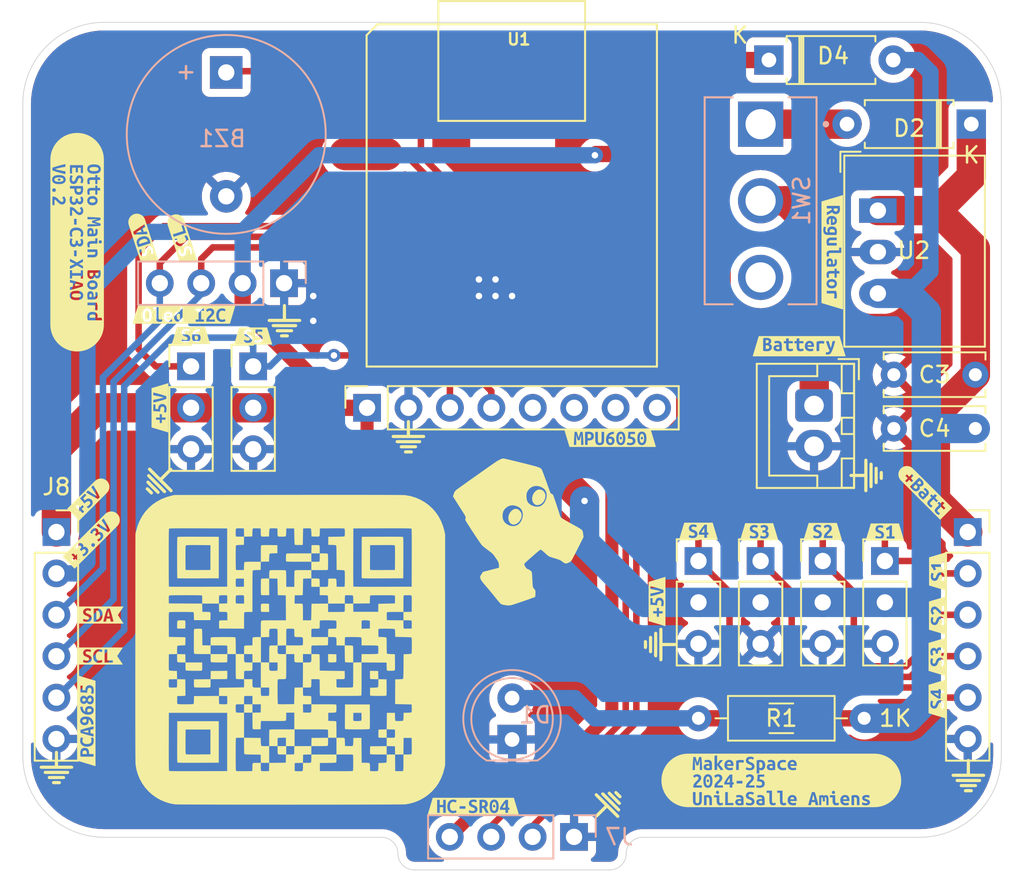
<source format=kicad_pcb>
(kicad_pcb (version 20240108) (generator "pcbnew") (generator_version "8.0")
  (layers (0 "F.Cu" signal "Front") (31 "B.Cu" signal "Back") (34 "B.Paste" user) (35 "F.Paste" user) (36 "B.SilkS" user "B.Silkscreen") (37 "F.SilkS" user "F.Silkscreen") (38 "B.Mask" user) (39 "F.Mask" user) (44 "Edge.Cuts" user))
  (net 0 "")
  (net 1 "GND")
  (net 2 "Net-(D1-A)")
  (net 3 "+5V")
  (net 4 "Buzzer")
  (net 5 "Servo-1")
  (net 6 "Servo-2")
  (net 7 "Servo-3")
  (net 8 "Servo-4")
  (net 9 "Servo-5")
  (net 11 "+3.3V")
  (net 12 "Echo")
  (net 13 "Trig")
  (net 14 "SCL")
  (net 15 "SDA")
  (net 16 "+BATT")
  (net 18 "Net-(D2-A)")
  (net 19 "Net-(D4-K)")
  (net 23 "Servo-6")
  (net 24 "Net-(J9-Pin_1)")
  (footprint "kibuzzard-66E45B47" (layer "F.Cu") (at 156.06377 88.932488 90)
    (property "Reference" "kibuzzard-66E45B47" (hide yes))
    (property "Value" "G***" (hide yes))
  )
  (footprint "Connector_JST:JST_XH_B2B-XH-A_1x02_P2.50mm_Vertical" (layer "F.Cu") (at 148.5147 73.508663 -90)
    (property "Reference" "J9" (hide yes))
    (property "Value" "Conn_01x02")
    (pad "1" thru_hole roundrect (at 0 0 270) (size 2 2.3) (drill 1.2) (layers "*.Cu" "*.Mask") (roundrect_rratio 0.147059) (net 24 "Net-(J9-Pin_1)"))
    (pad "2" thru_hole oval (at 2.5 0 270) (size 2 2.3) (drill 1.2) (layers "*.Cu" "*.Mask") (net 1 "GND"))
  )
  (footprint "LOGO" (layer "F.Cu") (at 102.062553 95.727801)
    (property "Reference" "G***" (hide yes))
    (property "Value" "LOGO" (hide yes))
  )
  (footprint "Connector_PinSocket_2.54mm:PinSocket_1x06_P2.54mm_Vertical" (layer "F.Cu") (at 157.94 81.27)
    (property "Reference" "J10" (hide yes))
    (property "Value" "PCA9685")
    (pad "1" thru_hole rect (at 0 0) (size 1.7 1.7) (drill 1) (layers "*.Cu" "*.Mask") (net 16 "+BATT"))
    (pad "2" thru_hole oval (at 0 2.54) (size 1.7 1.7) (drill 1) (layers "*.Cu" "*.Mask") (net 5 "Servo-1"))
    (pad "3" thru_hole oval (at 0 5.08) (size 1.7 1.7) (drill 1) (layers "*.Cu" "*.Mask") (net 6 "Servo-2"))
    (pad "4" thru_hole oval (at 0 7.62) (size 1.7 1.7) (drill 1) (layers "*.Cu" "*.Mask") (net 7 "Servo-3"))
    (pad "5" thru_hole oval (at 0 10.16) (size 1.7 1.7) (drill 1) (layers "*.Cu" "*.Mask") (net 8 "Servo-4"))
    (pad "6" thru_hole oval (at 0 12.7) (size 1.7 1.7) (drill 1) (layers "*.Cu" "*.Mask") (net 1 "GND"))
  )
  (footprint "LOGO" (layer "F.Cu") (at 139.097458 88.173363 -90)
    (property "Reference" "G***" (hide yes))
    (property "Value" "LOGO" (hide yes))
  )
  (footprint "kibuzzard-66E45C9B" (layer "F.Cu") (at 109.726898 63.332584 108)
    (property "Reference" "kibuzzard-66E45C9B" (hide yes))
    (property "Value" "G***" (hide yes))
  )
  (footprint "kibuzzard-66E45B85" (layer "F.Cu") (at 114.125 69.245399)
    (property "Reference" "kibuzzard-66E45B85" (hide yes))
    (property "Value" "G***" (hide yes))
  )
  (footprint "kibuzzard-66E45BBF" (layer "F.Cu") (at 104.300577 81.656082 45)
    (property "Reference" "kibuzzard-66E45BBF" (hide yes))
    (property "Value" "G***" (hide yes))
  )
  (footprint "Diode_THT:D_A-405_P7.62mm_Horizontal" (layer "F.Cu") (at 158.159374 56.243651 180)
    (property "Reference" "D2" (at 3.81 -0.261349 0) (layer "F.SilkS"))
    (property "Value" "D_Small")
    (fp_text user "K" (at 0 -1.9 0) (layer "F.SilkS"))
    (pad "1" thru_hole rect (at 0 0 180) (size 1.8 1.8) (drill 0.9) (layers "*.Cu" "*.Mask") (net 16 "+BATT"))
    (pad "2" thru_hole oval (at 7.62 0 180) (size 1.8 1.8) (drill 0.9) (layers "*.Cu" "*.Mask") (net 18 "Net-(D2-A)"))
  )
  (footprint "Resistor_SMD:R_1206_3216Metric_Pad1.30x1.75mm_HandSolder" (layer "F.Cu") (at 146.51 92.7 180)
    (property "Reference" "R2" (hide yes))
    (property "Value" "1K")
    (pad "1" smd roundrect (at -1.550001 0 180) (size 1.3 1.75) (layers "F.Cu" "F.Paste" "F.Mask") (roundrect_rratio 0.192308) (net 3 "+5V"))
    (pad "2" smd roundrect (at 1.550001 0 180) (size 1.3 1.75) (layers "F.Cu" "F.Paste" "F.Mask") (roundrect_rratio 0.192308) (net 2 "Net-(D1-A)"))
  )
  (footprint "LOGO" (layer "F.Cu") (at 116.400189 88.494217)
    (property "Reference" "G***" (hide yes))
    (property "Value" "LOGO" (hide yes))
  )
  (footprint "Connector_PinHeader_2.54mm:PinHeader_1x03_P2.54mm_Vertical" (layer "F.Cu") (at 114.125 71.11)
    (property "Reference" "J5" (hide yes))
    (property "Value" "Conn_01x03")
    (pad "1" thru_hole rect (at 0 0) (size 1.7 1.7) (drill 1) (layers "*.Cu" "*.Mask") (net 9 "Servo-5"))
    (pad "2" thru_hole oval (at 0 2.54) (size 1.7 1.7) (drill 1) (layers "*.Cu" "*.Mask") (net 3 "+5V"))
    (pad "3" thru_hole oval (at 0 5.08) (size 1.7 1.7) (drill 1) (layers "*.Cu" "*.Mask") (net 1 "GND"))
  )
  (footprint "Connector_PinSocket_2.54mm:PinSocket_1x06_P2.54mm_Vertical" (layer "F.Cu") (at 102.06 81.27)
    (property "Reference" "J8" (at 0 -2.77 0) (layer "F.SilkS"))
    (property "Value" "PCA9685")
    (pad "1" thru_hole rect (at 0 0) (size 1.7 1.7) (drill 1) (layers "*.Cu" "*.Mask") (net 3 "+5V"))
    (pad "2" thru_hole oval (at 0 2.54) (size 1.7 1.7) (drill 1) (layers "*.Cu" "*.Mask") (net 11 "+3.3V"))
    (pad "3" thru_hole oval (at 0 5.08) (size 1.7 1.7) (drill 1) (layers "*.Cu" "*.Mask") (net 15 "SDA"))
    (pad "4" thru_hole oval (at 0 7.62) (size 1.7 1.7) (drill 1) (layers "*.Cu" "*.Mask") (net 14 "SCL"))
    (pad "5" thru_hole oval (at 0 10.16) (size 1.7 1.7) (drill 1) (layers "*.Cu" "*.Mask") (net 9 "Servo-5"))
    (pad "6" thru_hole oval (at 0 12.7) (size 1.7 1.7) (drill 1) (layers "*.Cu" "*.Mask") (net 1 "GND"))
  )
  (footprint "kibuzzard-66E45B4D" (layer "F.Cu") (at 149.05 81.238656)
    (property "Reference" "kibuzzard-66E45B4D" (hide yes))
    (property "Value" "G***" (hide yes))
  )
  (footprint "kibuzzard-66E45B34" (layer "F.Cu") (at 141.43 81.222984)
    (property "Reference" "kibuzzard-66E45B34" (hide yes))
    (property "Value" "G***" (hide yes))
  )
  (footprint "kibuzzard-66E45AAF" (layer "F.Cu") (at 147.604354 69.870783)
    (property "Reference" "kibuzzard-66E45AAF" (hide yes))
    (property "Value" "G***" (hide yes))
  )
  (footprint "kibuzzard-66E46157" (layer "F.Cu") (at 127.621966 98.101932)
    (property "Reference" "kibuzzard-66E46157" (hide yes))
    (property "Value" "G***" (hide yes))
  )
  (footprint "Diode_THT:D_A-405_P7.62mm_Horizontal" (layer "F.Cu") (at 145.748 52.314)
    (property "Reference" "D4" (at 3.937 -0.254 0) (layer "F.SilkS"))
    (property "Value" "D_Schottky")
    (fp_text user "K" (at -1.778 -1.524 0) (layer "F.SilkS"))
    (pad "1" thru_hole rect (at 0 0) (size 1.8 1.8) (drill 0.9) (layers "*.Cu" "*.Mask") (net 19 "Net-(D4-K)"))
    (pad "2" thru_hole oval (at 7.62 0) (size 1.8 1.8) (drill 0.9) (layers "*.Cu" "*.Mask") (net 3 "+5V"))
  )
  (footprint "Connector_PinHeader_2.54mm:PinHeader_1x03_P2.54mm_Vertical" (layer "F.Cu") (at 141.43 83.048)
    (property "Reference" "J4" (hide yes))
    (property "Value" "Conn_01x03")
    (pad "1" thru_hole rect (at 0 0) (size 1.7 1.7) (drill 1) (layers "*.Cu" "*.Mask") (net 8 "Servo-4"))
    (pad "2" thru_hole oval (at 0 2.54) (size 1.7 1.7) (drill 1) (layers "*.Cu" "*.Mask") (net 3 "+5V"))
    (pad "3" thru_hole oval (at 0 5.08) (size 1.7 1.7) (drill 1) (layers "*.Cu" "*.Mask") (net 1 "GND"))
  )
  (footprint "Capacitor_THT:C_Disc_D6.0mm_W2.5mm_P5.00mm" (layer "F.Cu") (at 158.408 71.618 180)
    (property "Reference" "C3" (at 2.5 0 0) (layer "F.SilkS"))
    (property "Value" "C_Small")
    (pad "1" thru_hole circle (at 0 0 180) (size 1.6 1.6) (drill 0.8) (layers "*.Cu" "*.Mask") (net 16 "+BATT"))
    (pad "2" thru_hole circle (at 5 0 180) (size 1.6 1.6) (drill 0.8) (layers "*.Cu" "*.Mask") (net 1 "GND"))
  )
  (footprint "kibuzzard-66E460BA" (layer "F.Cu") (at 103.931947 92.859117 90)
    (property "Reference" "kibuzzard-66E460BA" (hide yes))
    (property "Value" "G***" (hide yes))
  )
  (footprint "Resistor_THT:R_Axial_DIN0207_L6.3mm_D2.5mm_P10.16mm_Horizontal" (layer "F.Cu") (at 151.59 92.7 180)
    (property "Reference" "R1" (at 5.08 0 0) (layer "F.SilkS"))
    (property "Value" "1K" (at -1.905 0 0) (layer "F.SilkS"))
    (pad "1" thru_hole circle (at 0 0 180) (size 1.6 1.6) (drill 0.8) (layers "*.Cu" "*.Mask") (net 3 "+5V"))
    (pad "2" thru_hole oval (at 10.16 0 180) (size 1.6 1.6) (drill 0.8) (layers "*.Cu" "*.Mask") (net 2 "Net-(D1-A)"))
  )
  (footprint "kibuzzard-66E45B47" (layer "F.Cu") (at 145.152469 81.254328)
    (property "Reference" "kibuzzard-66E45B47" (hide yes))
    (property "Value" "G***" (hide yes))
  )
  (footprint "kibuzzard-66E45B15" (layer "F.Cu") (at 138.89 85.53331 90)
    (property "Reference" "kibuzzard-66E45B15" (hide yes))
    (property "Value" "G***" (hide yes))
  )
  (footprint "Connector_PinHeader_2.54mm:PinHeader_1x03_P2.54mm_Vertical" (layer "F.Cu") (at 110.315 71.11)
    (property "Reference" "J6" (hide yes))
    (property "Value" "Conn_01x03")
    (pad "1" thru_hole rect (at 0 0) (size 1.7 1.7) (drill 1) (layers "*.Cu" "*.Mask") (net 23 "Servo-6"))
    (pad "2" thru_hole oval (at 0 2.54) (size 1.7 1.7) (drill 1) (layers "*.Cu" "*.Mask") (net 3 "+5V"))
    (pad "3" thru_hole oval (at 0 5.08) (size 1.7 1.7) (drill 1) (layers "*.Cu" "*.Mask") (net 1 "GND"))
  )
  (footprint "kibuzzard-66E45B51" (layer "F.Cu") (at 156.094884 83.688226 90)
    (property "Reference" "kibuzzard-66E45B51" (hide yes))
    (property "Value" "G***" (hide yes))
  )
  (footprint "kibuzzard-66E45B15" (layer "F.Cu") (at 108.41 73.65 90)
    (property "Reference" "kibuzzard-66E45B15" (hide yes))
    (property "Value" "G***" (hide yes))
  )
  (footprint "Converter_DCDC:Converter_DCDC_RECOM_R-78E-0.5_THT" (layer "F.Cu") (at 152.4305 61.551 -90)
    (property "Reference" "U2" (at 2.447 -2.2075 180) (layer "F.SilkS"))
    (property "Value" "R-78E5.0-1.0")
    (pad "1" thru_hole rect (at 0 0 270) (size 1.5 2.3) (drill 1) (layers "*.Cu" "*.Mask") (net 16 "+BATT"))
    (pad "2" thru_hole oval (at 2.54 0 270) (size 1.5 2.3) (drill 1) (layers "*.Cu" "*.Mask") (net 1 "GND"))
    (pad "3" thru_hole oval (at 5.079999 0 270) (size 1.5 2.3) (drill 1) (layers "*.Cu" "*.Mask") (net 3 "+5V"))
  )
  (footprint "kibuzzard-67162678" (layer "F.Cu") (at 103.33 63.49 -90)
    (property "Reference" "kibuzzard-67162678" (hide yes))
    (property "Value" "G***" (hide yes))
  )
  (footprint "kibuzzard-66E45BE1" (layer "F.Cu") (at 104.79735 86.364395)
    (property "Reference" "kibuzzard-66E45BE1" (hide yes))
    (property "Value" "G***" (hide yes))
  )
  (footprint "LOGO" (layer "F.Cu") (at 151.719469 77.799906 90)
    (property "Reference" "G***" (hide yes))
    (property "Value" "LOGO" (hide yes))
  )
  (footprint "Connector_PinHeader_2.54mm:PinHeader_1x03_P2.54mm_Vertical" (layer "F.Cu") (at 149.05 83.048)
    (property "Reference" "J2" (hide yes))
    (property "Value" "Conn_01x03")
    (pad "1" thru_hole rect (at 0 0) (size 1.7 1.7) (drill 1) (layers "*.Cu" "*.Mask") (net 6 "Servo-2"))
    (pad "2" thru_hole oval (at 0 2.54) (size 1.7 1.7) (drill 1) (layers "*.Cu" "*.Mask") (net 3 "+5V"))
    (pad "3" thru_hole oval (at 0 5.08) (size 1.7 1.7) (drill 1) (layers "*.Cu" "*.Mask") (net 1 "GND"))
  )
  (footprint "Connector_PinHeader_2.54mm:PinHeader_1x03_P2.54mm_Vertical" (layer "F.Cu") (at 145.24 83.048)
    (property "Reference" "J3" (hide yes))
    (property "Value" "Conn_01x03")
    (pad "1" thru_hole rect (at 0 0) (size 1.7 1.7) (drill 1) (layers "*.Cu" "*.Mask") (net 7 "Servo-3"))
    (pad "2" thru_hole oval (at 0 2.54) (size 1.7 1.7) (drill 1) (layers "*.Cu" "*.Mask") (net 3 "+5V"))
    (pad "3" thru_hole oval (at 0 5.08) (size 1.7 1.7) (drill 1) (layers "*.Cu" "*.Mask") (net 1 "GND"))
  )
  (footprint "LOGO" (layer "F.Cu") (at 116.041846 68.316)
    (property "Reference" "G***" (hide yes))
    (property "Value" "LOGO" (hide yes))
  )
  (footprint "LOGO" (layer "F.Cu") (at 130.370169 81.27)
    (property "Reference" "G***" (hide yes))
    (property "Value" "LOGO" (hide yes))
  )
  (footprint "Connector_PinHeader_2.54mm:PinHeader_1x03_P2.54mm_Vertical" (layer "F.Cu") (at 152.86 83.048)
    (property "Reference" "J1" (hide yes))
    (property "Value" "Conn_01x03")
    (pad "1" thru_hole rect (at 0 0) (size 1.7 1.7) (drill 1) (layers "*.Cu" "*.Mask") (net 5 "Servo-1"))
    (pad "2" thru_hole oval (at 0 2.54) (size 1.7 1.7) (drill 1) (layers "*.Cu" "*.Mask") (net 3 "+5V"))
    (pad "3" thru_hole oval (at 0 5.08) (size 1.7 1.7) (drill 1) (layers "*.Cu" "*.Mask") (net 1 "GND"))
  )
  (footprint "LOGO" (layer "F.Cu") (at 123.643834 75.435378)
    (property "Reference" "G***" (hide yes))
    (property "Value" "LOGO" (hide yes))
  )
  (footprint "kibuzzard-66E45C62" (layer "F.Cu") (at 107.334328 63.311688 108)
    (property "Reference" "kibuzzard-66E45C62" (hide yes))
    (property "Value" "G***" (hide yes))
  )
  (footprint "xiao ESP32C3_PCB:MOUDLE14P-SMD-2.54-21X17.8MM" (layer "F.Cu") (at 121.0825 71.11925)
    (property "Reference" "U1" (at 9.3345 -20.07525 0) (layer "F.SilkS") (effects (font (size 0.7 0.7))))
    (property "Value" "MOUDLE-SEEEDUINO-XIAO-ESP32C3")
    (pad "1" smd roundrect (at 0.835 -18.12) (size 4.5 2) (drill (offset -0.875 0)) (layers "F.Cu" "F.Paste" "F.Mask") (roundrect_rratio 0.5) (net 4 "Buzzer"))
    (pad "2" smd roundrect (at 0.835 -15.58) (size 4.5 2) (drill (offset -0.875 0)) (layers "F.Cu" "F.Paste" "F.Mask") (roundrect_rratio 0.5) (net 12 "Echo"))
    (pad "3" smd roundrect (at 0.835 -13.04) (size 4.5 2) (drill (offset -0.875 0)) (layers "F.Cu" "F.Paste" "F.Mask") (roundrect_rratio 0.5) (net 13 "Trig"))
    (pad "4" smd roundrect (at 0.835 -10.5) (size 4.5 2) (drill (offset -0.875 0)) (layers "F.Cu" "F.Paste" "F.Mask") (roundrect_rratio 0.5) (net 23 "Servo-6"))
    (pad "5" smd roundrect (at 0.835 -7.96) (size 4.5 2) (drill (offset -0.875 0)) (layers "F.Cu" "F.Paste" "F.Mask") (roundrect_rratio 0.5) (net 15 "SDA"))
    (pad "6" smd roundrect (at 0.835 -5.42) (size 4.5 2) (drill (offset -0.875 0)) (layers "F.Cu" "F.Paste" "F.Mask") (roundrect_rratio 0.5) (net 14 "SCL"))
    (pad "7" smd roundrect (at 0.835 -2.88) (size 4.5 2) (drill (offset -0.875 0)) (layers "F.Cu" "F.Paste" "F.Mask") (roundrect_rratio 0.5) (net 9 "Servo-5"))
    (pad "8" smd roundrect (at 17 -2.88) (size 4.5 2) (drill (offset 0.875 0)) (layers "F.Cu" "F.Paste" "F.Mask") (roundrect_rratio 0.5) (net 8 "Servo-4"))
    (pad "9" smd roundrect (at 17 -5.42) (size 4.5 2) (drill (offset 0.875 0)) (layers "F.Cu" "F.Paste" "F.Mask") (roundrect_rratio 0.5) (net 7 "Servo-3"))
    (pad "10" smd roundrect (at 17 -7.96) (size 4.5 2) (drill (offset 0.875 0)) (layers "F.Cu" "F.Paste" "F.Mask") (roundrect_rratio 0.5) (net 6 "Servo-2"))
    (pad "11" smd roundrect (at 17 -10.5) (size 4.5 2) (drill (offset 0.875 0)) (layers "F.Cu" "F.Paste" "F.Mask") (roundrect_rratio 0.5) (net 5 "Servo-1"))
    (pad "12" smd roundrect (at 17 -13.04) (size 4.5 2) (drill (offset 0.875 0)) (layers "F.Cu" "F.Paste" "F.Mask") (roundrect_rratio 0.5) (net 11 "+3.3V"))
    (pad "13" smd roundrect (at 17 -15.58) (size 4.5 2) (drill (offset 0.875 0)) (layers "F.Cu" "F.Paste" "F.Mask") (roundrect_rratio 0.5) (net 1 "GND"))
    (pad "14" smd roundrect (at 17 -18.12) (size 4.5 2) (drill (offset 0.875 0)) (layers "F.Cu" "F.Paste" "F.Mask") (roundrect_rratio 0.5) (net 19 "Net-(D4-K)"))
    (zone (net 0) (net_name "") (layer "F.Cu") (connect_pads (clearance 0)) (min_thickness 0.01)
      (keepout (tracks not_allowed) (vias not_allowed) (pads not_allowed) (copperpour not_allowed) (footprints allowed))
      (fill (thermal_gap 0.508) (thermal_bridge_width 0.508))
      (polygon (pts (xy 124.7655 50.03725) (xy 126.5435 50.03725) (xy 126.5435 52.70425) (xy 124.7655 52.70425)))
    )
    (zone (net 0) (net_name "") (layer "F.Cu") (connect_pads (clearance 0)) (min_thickness 0.01)
      (keepout (tracks not_allowed) (vias not_allowed) (pads not_allowed) (copperpour not_allowed) (footprints allowed))
      (fill (thermal_gap 0.508) (thermal_bridge_width 0.508))
      (polygon (pts (xy 124.7655 54.10125) (xy 126.5435 54.10125) (xy 126.5435 56.76825) (xy 124.7655 56.76825)))
    )
    (zone (net 0) (net_name "") (layer "F.Cu") (connect_pads (clearance 0)) (min_thickness 0.01)
      (keepout (tracks not_allowed) (vias not_allowed) (pads not_allowed) (copperpour not_allowed) (footprints allowed))
      (fill (thermal_gap 0.508) (thermal_bridge_width 0.508))
      (polygon (pts (xy 127.4325 50.79925) (xy 132.6395 50.79925) (xy 132.6395 57.78425) (xy 127.4325 57.78425)))
    )
    (zone (net 0) (net_name "") (layer "F.Cu") (connect_pads (clearance 0)) (min_thickness 0.01)
      (keepout (tracks not_allowed) (vias not_allowed) (pads not_allowed) (copperpour not_allowed) (footprints allowed))
      (fill (thermal_gap 0.508) (thermal_bridge_width 0.508))
      (polygon (pts (xy 133.4015 50.03725) (xy 135.1795 50.03725) (xy 135.1795 52.70425) (xy 133.4015 52.70425)))
    )
    (zone (net 0) (net_name "") (layer "F.Cu") (connect_pads (clearance 0)) (min_thickness 0.01)
      (keepout (tracks not_allowed) (vias not_allowed) (pads not_allowed) (copperpour not_allowed) (footprints allowed))
      (fill (thermal_gap 0.508) (thermal_bridge_width 0.508))
      (polygon (pts (xy 133.4015 54.10125) (xy 135.1795 54.10125) (xy 135.1795 56.76825) (xy 133.4015 56.76825)))
    )
  )
  (footprint "kibuzzard-66E45BF0" (layer "F.Cu") (at 104.776454 88.878856)
    (property "Reference" "kibuzzard-66E45BF0" (hide yes))
    (property "Value" "G***" (hide yes))
  )
  (footprint "kibuzzard-66E460A4" (layer "F.Cu") (at 109.883338 67.926462)
    (property "Reference" "kibuzzard-66E460A4" (hide yes))
    (property "Value" "G***" (hide yes))
  )
  (footprint "kibuzzard-66E45BAB" (layer "F.Cu") (at 104.124932 79.171958 45)
    (property "Reference" "kibuzzard-66E45BAB" (hide yes))
    (property "Value" "G***" (hide yes))
  )
  (footprint "kibuzzard-66E45B4D" (layer "F.Cu") (at 156.088862 86.39818 90)
    (property "Reference" "kibuzzard-66E45B4D" (hide yes))
    (property "Value" "G***" (hide yes))
  )
  (footprint "LOGO" (layer "F.Cu") (at 157.978479 96.222923)
    (property "Reference" "G***" (hide yes))
    (property "Value" "LOGO" (hide yes))
  )
  (footprint "LOGO" (layer "F.Cu") (at 135.842 98.034 135)
    (property "Reference" "G***" (hide yes))
    (property "Value" "LOGO" (hide yes))
  )
  (footprint "kibuzzard-671623F1" (layer "F.Cu") (at 155.230046 78.761452 -45)
    (property "Reference" "kibuzzard-671623F1" (hide yes))
    (property "Value" "G***" (hide yes))
  )
  (footprint "kibuzzard-66E45B34" (layer "F.Cu") (at 156.06377 91.51698 90)
    (property "Reference" "kibuzzard-66E45B34" (hide yes))
    (property "Value" "G***" (hide yes))
  )
  (footprint "kibuzzard-66E45B8A" (layer "F.Cu") (at 110.315 69.214055)
    (property "Reference" "kibuzzard-66E45B8A" (hide yes))
    (property "Value" "G***" (hide yes))
  )
  (footprint "kibuzzard-66E460D9" (layer "F.Cu") (at 136.013689 75.525884)
    (property "Reference" "kibuzzard-66E460D9" (hide yes))
    (property "Value" "G***" (hide yes))
  )
  (footprint "Connector_PinSocket_2.54mm:PinSocket_1x08_P2.54mm_Vertical" (layer "F.Cu") (at 121.109999 73.65 90)
    (property "Reference" "J13" (hide yes))
    (property "Value" "MPU6050")
    (pad "1" thru_hole rect (at 0 0 90) (size 1.7 1.7) (drill 1) (layers "*.Cu" "*.Mask") (net 11 "+3.3V"))
    (pad "2" thru_hole oval (at 0 2.54 90) (size 1.7 1.7) (drill 1) (layers "*.Cu" "*.Mask") (net 1 "GND"))
    (pad "3" thru_hole oval (at 0 5.079999 90) (size 1.7 1.7) (drill 1) (layers "*.Cu" "*.Mask") (net 14 "SCL"))
    (pad "4" thru_hole oval (at 0 7.62 90) (size 1.7 1.7) (drill 1) (layers "*.Cu" "*.Mask") (net 15 "SDA"))
    (pad "5" thru_hole oval (at 0 10.16 90) (size 1.7 1.7) (drill 1) (layers "*.Cu" "*.Mask"))
    (pad "6" thru_hole oval (at 0 12.7 90) (size 1.7 1.7) (drill 1) (layers "*.Cu" "*.Mask"))
    (pad "7" thru_hole oval (at 0 15.24 90) (size 1.7 1.7) (drill 1) (layers "*.Cu" "*.Mask"))
    (pad "8" thru_hole oval (at 0 17.780001 90) (size 1.7 1.7) (drill 1) (layers "*.Cu" "*.Mask"))
  )
  (footprint "kibuzzard-6707CFA2" (layer "F.Cu") (at 146.51 96.51)
    (property "Reference" "kibuzzard-6707CFA2" (hide yes))
    (property "Value" "G***" (hide yes))
  )
  (footprint "kibuzzard-66E45B51" (layer "F.Cu") (at 152.86 81.27)
    (property "Reference" "kibuzzard-66E45B51" (hide yes))
    (property "Value" "G***" (hide yes))
  )
  (footprint "kibuzzard-6707C6B3" (layer "F.Cu") (at 149.633381 64.107135 -90)
    (property "Reference" "kibuzzard-6707C6B3" (hide yes))
    (property "Value" "G***" (hide yes))
  )
  (footprint "LOGO" (layer "F.Cu") (at 108.41 78.095 -45)
    (property "Reference" "G***" (hide yes))
    (property "Value" "LOGO" (hide yes))
  )
  (footprint "Capacitor_THT:C_Disc_D6.0mm_W2.5mm_P5.00mm" (layer "F.Cu") (at 158.408 74.92 180)
    (property "Reference" "C4" (at 2.5 0 0) (layer "F.SilkS"))
    (property "Value" "C_Small")
    (pad "1" thru_hole circle (at 0 0 180) (size 1.6 1.6) (drill 0.8) (layers "*.Cu" "*.Mask") (net 3 "+5V"))
    (pad "2" thru_hole circle (at 5 0 180) (size 1.6 1.6) (drill 0.8) (layers "*.Cu" "*.Mask") (net 1 "GND"))
  )
  (footprint "LED_THT:LED_D5.0mm" (layer "B.Cu") (at 130 94 90)
    (property "Reference" "D1" (at 1.501993 1.41302 180) (layer "B.SilkS") (effects (justify mirror)))
    (property "Value" "LED_Small")
    (pad "1" thru_hole rect (at 0 0 90) (size 1.8 1.8) (drill 0.9) (layers "*.Cu" "*.Mask") (net 1 "GND"))
    (pad "2" thru_hole circle (at 2.54 0 90) (size 1.8 1.8) (drill 0.9) (layers "*.Cu" "*.Mask") (net 2 "Net-(D1-A)"))
  )
  (footprint "Connector_PinSocket_2.54mm:PinSocket_1x04_P2.54mm_Vertical" (layer "B.Cu") (at 116.02 66.005 90)
    (property "Reference" "J12" (hide yes))
    (property "Value" "OLED 0,91\" - I2C (SKU21796)")
    (pad "1" thru_hole rect (at 0 0 90) (size 1.7 1.7) (drill 1) (layers "*.Cu" "*.Mask") (net 1 "GND"))
    (pad "2" thru_hole oval (at 0 -2.54 90) (size 1.7 1.7) (drill 1) (layers "*.Cu" "*.Mask") (net 11 "+3.3V"))
    (pad "3" thru_hole oval (at 0 -5.079999 90) (size 1.7 1.7) (drill 1) (layers "*.Cu" "*.Mask") (net 14 "SCL"))
    (pad "4" thru_hole oval (at 0 -7.62 90) (size 1.7 1.7) (drill 1) (layers "*.Cu" "*.Mask") (net 15 "SDA"))
  )
  (footprint "Connector_PinSocket_2.54mm:PinSocket_1x04_P2.54mm_Vertical" (layer "B.Cu") (at 133.8 99.975 90)
    (property "Reference" "J7" (at 0 2.77 180) (layer "B.SilkS") (effects (justify mirror)))
    (property "Value" "Ultrasonic sensor")
    (pad "1" thru_hole rect (at 0 0 90) (size 1.7 1.7) (drill 1) (layers "*.Cu" "*.Mask") (net 1 "GND"))
    (pad "2" thru_hole oval (at 0 -2.54 90) (size 1.7 1.7) (drill 1) (layers "*.Cu" "*.Mask") (net 12 "Echo"))
    (pad "3" thru_hole oval (at 0 -5.08 90) (size 1.7 1.7) (drill 1) (layers "*.Cu" "*.Mask") (net 13 "Trig"))
    (pad "4" thru_hole oval (at 0 -7.62 90) (size 1.7 1.7) (drill 1) (layers "*.Cu" "*.Mask") (net 11 "+3.3V"))
  )
  (footprint "100SP1T1B4M2QE:SW_100SP1T1B4M2QE" (layer "B.Cu") (at 145.24 60.95 180)
    (property "Reference" "SW1" (at -2.520497 0.013582 -90) (layer "B.SilkS") (effects (justify mirror)))
    (property "Value" "SW_SPDT")
    (pad "1" thru_hole rect (at 0 4.7 180) (size 2.775 2.775) (drill 1.85) (layers "*.Cu" "*.Mask") (net 18 "Net-(D2-A)"))
    (pad "2" thru_hole circle (at 0 0 180) (size 2.775 2.775) (drill 1.85) (layers "*.Cu" "*.Mask") (net 24 "Net-(J9-Pin_1)"))
    (pad "3" thru_hole circle (at 0 -4.7 180) (size 2.775 2.775) (drill 1.85) (layers "*.Cu" "*.Mask"))
  )
  (footprint "Buzzer_Beeper:Buzzer_12x9.5RM7.6" (layer "B.Cu") (at 112.474 53.076 -90)
    (property "Reference" "BZ1" (at 4.064 0.254 180) (layer "B.SilkS") (effects (justify mirror)))
    (property "Value" "Buzzer")
    (fp_text user "+" (at -0.01 2.54 90) (layer "B.SilkS") (effects (justify mirror)))
    (pad "1" thru_hole rect (at 0 0 270) (size 2 2) (drill 1) (layers "*.Cu" "*.Mask") (net 4 "Buzzer"))
    (pad "2" thru_hole circle (at 7.6 0 270) (size 2 2) (drill 1) (layers "*.Cu" "*.Mask") (net 1 "GND"))
  )
  (gr_line (start 124 102) (end 136 102) (stroke (width 0.05)) (layer "Edge.Cuts"))
  (gr_line (start 100 95) (end 100 55) (stroke (width 0.05)) (layer "Edge.Cuts"))
  (gr_arc (start 124 102) (mid 123.292893 101.707107) (end 123 101) (stroke (width 0.05)) (layer "Edge.Cuts"))
  (gr_line (start 122 100) (end 105 100) (stroke (width 0.05)) (layer "Edge.Cuts"))
  (gr_arc (start 155 50) (mid 158.535534 51.464466) (end 160 55) (stroke (width 0.05)) (layer "Edge.Cuts"))
  (gr_arc (start 100 55) (mid 101.464466 51.464466) (end 105 50) (stroke (width 0.05)) (layer "Edge.Cuts"))
  (gr_line (start 160 55) (end 160 95) (stroke (width 0.05)) (layer "Edge.Cuts"))
  (gr_line (start 105 50) (end 155 50) (stroke (width 0.05)) (layer "Edge.Cuts"))
  (gr_arc (start 137 101) (mid 137.292893 100.292893) (end 138 100) (stroke (width 0.05)) (layer "Edge.Cuts"))
  (gr_arc (start 137 101) (mid 136.707107 101.707107) (end 136 102) (stroke (width 0.05)) (layer "Edge.Cuts"))
  (gr_arc (start 160 95) (mid 158.535534 98.535534) (end 155 100) (stroke (width 0.05)) (layer "Edge.Cuts"))
  (gr_arc (start 105 100) (mid 101.464466 98.535534) (end 100 95) (stroke (width 0.05)) (layer "Edge.Cuts"))
  (gr_arc (start 122 100) (mid 122.707107 100.292893) (end 123 101) (stroke (width 0.05)) (layer "Edge.Cuts"))
  (gr_line (start 138 100) (end 155 100) (stroke (width 0.05)) (layer "Edge.Cuts"))
  (via (at 128.984 66.792) (size 0.8) (drill 0.4) (layers "F.Cu" "B.Cu") (net 1))
  (via (at 128.984 65.776) (size 0.8) (drill 0.4) (layers "F.Cu" "B.Cu") (net 1))
  (via (at 127.968 66.792) (size 0.8) (drill 0.4) (layers "F.Cu" "B.Cu") (net 1))
  (via (at 130 66.792) (size 0.8) (drill 0.4) (layers "F.Cu" "B.Cu") (net 1))
  (via (at 117.808 66.792) (size 0.8) (drill 0.4) (layers "F.Cu" "B.Cu") (net 1))
  (via (at 127.968 65.776) (size 0.8) (drill 0.4) (layers "F.Cu" "B.Cu") (net 1))
  (via (at 117.808 68.316) (size 0.8) (drill 0.4) (layers "F.Cu" "B.Cu") (net 1))
  (segment (start 144.959999 92.7) (end 141.43 92.7) (width 1) (layer "F.Cu") (net 2))
  (segment (start 130 91.46) (end 133.84 91.46) (width 1) (layer "B.Cu") (net 2))
  (segment (start 135.08 92.7) (end 141.43 92.7) (width 1) (layer "B.Cu") (net 2))
  (segment (start 133.84 91.46) (end 135.08 92.7) (width 1) (layer "B.Cu") (net 2))
  (segment (start 134.445 79.365) (end 133.074 77.994) (width 1.8) (layer "F.Cu") (net 3))
  (segment (start 110.315 73.65) (end 104.6 73.65) (width 1.8) (layer "F.Cu") (net 3))
  (segment (start 133.074 77.994) (end 121.596548 77.994) (width 1.8) (layer "F.Cu") (net 3))
  (segment (start 110.315 73.65) (end 114.125 73.65) (width 1.8) (layer "F.Cu") (net 3))
  (segment (start 104.6 73.65) (end 102.06 76.19) (width 1.8) (layer "F.Cu") (net 3))
  (segment (start 102.06 76.19) (end 102.06 81.27) (width 1.8) (layer "F.Cu") (net 3))
  (segment (start 117.252548 73.65) (end 114.125 73.65) (width 1.8) (layer "F.Cu") (net 3))
  (segment (start 148.060001 92.7) (end 151.59 92.7) (width 1) (layer "F.Cu") (net 3))
  (segment (start 121.596548 77.994) (end 117.252548 73.65) (width 1.8) (layer "F.Cu") (net 3))
  (via (at 134.445 79.365) (size 0.8) (drill 0.4) (layers "F.Cu" "B.Cu") (net 3))
  (segment (start 154.222999 66.630999) (end 152.4305 66.630999) (width 1.8) (layer "B.Cu") (net 3))
  (segment (start 155.654 74.92) (end 155.4 74.666) (width 1.8) (layer "B.Cu") (net 3))
  (segment (start 149.05 85.588) (end 152.86 85.588) (width 1.8) (layer "B.Cu") (net 3))
  (segment (start 152.4305 66.630999) (end 154.291001 66.630999) (width 1) (layer "B.Cu") (net 3))
  (segment (start 154.257 92.7) (end 151.59 92.7) (width 1.8) (layer "B.Cu") (net 3))
  (segment (start 145.24 85.588) (end 149.05 85.588) (width 1.8) (layer "B.Cu") (net 3))
  (segment (start 134.445 79.365) (end 134.445 81.905) (width 1.8) (layer "B.Cu") (net 3))
  (segment (start 154.291001 66.630999) (end 155.654 65.268) (width 1) (layer "B.Cu") (net 3))
  (segment (start 155.654 53.076) (end 154.892 52.314) (width 1) (layer "B.Cu") (net 3))
  (segment (start 155.4 91.557) (end 154.257 92.7) (width 1.8) (layer "B.Cu") (net 3))
  (segment (start 154.892 52.314) (end 153.368 52.314) (width 1) (layer "B.Cu") (net 3))
  (segment (start 155.4 67.808) (end 154.222999 66.630999) (width 1.8) (layer "B.Cu") (net 3))
  (segment (start 141.43 85.588) (end 145.24 85.588) (width 1.8) (layer "B.Cu") (net 3))
  (segment (start 155.4 85.08) (end 154.892 85.588) (width 1.8) (layer "B.Cu") (net 3))
  (segment (start 138.128 85.588) (end 141.43 85.588) (width 1.8) (layer "B.Cu") (net 3))
  (segment (start 134.445 81.905) (end 138.128 85.588) (width 1.8) (layer "B.Cu") (net 3))
  (segment (start 154.892 85.588) (end 152.86 85.588) (width 1.8) (layer "B.Cu") (net 3))
  (segment (start 158.408 74.92) (end 155.654 74.92) (width 1.8) (layer "B.Cu") (net 3))
  (segment (start 155.4 74.666) (end 155.4 67.808) (width 1.8) (layer "B.Cu") (net 3))
  (segment (start 155.4 74.666) (end 155.4 91.557) (width 1.8) (layer "B.Cu") (net 3))
  (segment (start 155.654 65.268) (end 155.654 53.076) (width 1) (layer "B.Cu") (net 3))
  (segment (start 112.55075 52.99925) (end 112.474 53.076) (width 0.4) (layer "F.Cu") (net 4))
  (segment (start 121.9175 52.99925) (end 112.55075 52.99925) (width 0.4) (layer "F.Cu") (net 4))
  (segment (start 150.701 78.476) (end 152.86 80.635) (width 0.4) (layer "F.Cu") (net 5))
  (segment (start 143.208 68.606286) (end 144.65 70.048286) (width 0.4) (layer "F.Cu") (net 5))
  (segment (start 145.905238 78.476) (end 150.701 78.476) (width 0.4) (layer "F.Cu") (net 5))
  (segment (start 138.0825 60.61925) (end 142.11525 60.61925) (width 0.4) (layer "F.Cu") (net 5))
  (segment (start 142.11525 60.61925) (end 143.208 61.712) (width 0.4) (layer "F.Cu") (net 5))
  (segment (start 152.86 80.635) (end 152.86 83.048) (width 0.4) (layer "F.Cu") (net 5))
  (segment (start 155.4 83.81) (end 157.94 83.81) (width 0.4) (layer "F.Cu") (net 5))
  (segment (start 144.65 77.220762) (end 145.905238 78.476) (width 0.4) (layer "F.Cu") (net 5))
  (segment (start 154.638 83.048) (end 155.4 83.81) (width 0.4) (layer "F.Cu") (net 5))
  (segment (start 138.0825 60.61925) (end 138.0825 60.878986) (width 0.2) (layer "F.Cu") (net 5))
  (segment (start 152.86 83.048) (end 154.638 83.048) (width 0.4) (layer "F.Cu") (net 5))
  (segment (start 143.208 61.712) (end 143.208 68.606286) (width 0.4) (layer "F.Cu") (net 5))
  (segment (start 144.65 70.048286) (end 144.65 77.220762) (width 0.4) (layer "F.Cu") (net 5))
  (segment (start 144 77.490001) (end 144 70.317524) (width 0.4) (layer "F.Cu") (net 6))
  (segment (start 154.765 88.89) (end 154.765 86.985) (width 0.4) (layer "F.Cu") (net 6))
  (segment (start 142.554023 68.871547) (end 142.554023 64.27619) (width 0.4) (layer "F.Cu") (net 6))
  (segment (start 141.437083 63.15925) (end 138.0825 63.15925) (width 0.4) (layer "F.Cu") (net 6))
  (segment (start 149.05 83.048) (end 149.05 80) (width 0.4) (layer "F.Cu") (net 6))
  (segment (start 150.955 84.953) (end 150.955 88.89) (width 0.4) (layer "F.Cu") (net 6))
  (segment (start 145.635999 79.126) (end 144 77.490001) (width 0.4) (layer "F.Cu") (net 6))
  (segment (start 150.955 88.89) (end 151.575 89.51) (width 0.4) (layer "F.Cu") (net 6))
  (segment (start 148.176 79.126) (end 145.635999 79.126) (width 0.4) (layer "F.Cu") (net 6))
  (segment (start 144 70.317524) (end 142.554023 68.871547) (width 0.4) (layer "F.Cu") (net 6))
  (segment (start 155.4 86.35) (end 157.94 86.35) (width 0.4) (layer "F.Cu") (net 6))
  (segment (start 151.575 89.51) (end 154.145 89.51) (width 0.4) (layer "F.Cu") (net 6))
  (segment (start 154.145 89.51) (end 154.765 88.89) (width 0.4) (layer "F.Cu") (net 6))
  (segment (start 149.05 83.048) (end 150.955 84.953) (width 0.4) (layer "F.Cu") (net 6))
  (segment (start 154.765 86.985) (end 155.4 86.35) (width 0.4) (layer "F.Cu") (net 6))
  (segment (start 149.05 80) (end 148.176 79.126) (width 0.4) (layer "F.Cu") (net 6))
  (segment (start 142.554023 64.27619) (end 141.437083 63.15925) (width 0.4) (layer "F.Cu") (net 6))
  (segment (start 147.145 84.953) (end 147.145 89.525) (width 0.4) (layer "F.Cu") (net 7))
  (segment (start 143.35 77.856) (end 145.24 79.746) (width 0.4) (layer "F.Cu") (net 7))
  (segment (start 141.27943 65.69925) (end 141.904023 66.323843) (width 0.4) (layer "F.Cu") (net 7))
  (segment (start 147.145 89.525) (end 147.78 90.16) (width 0.4) (layer "F.Cu") (net 7))
  (segment (start 145.24 79.746) (end 145.24 83.048) (width 0.4) (layer "F.Cu") (net 7))
  (segment (start 155.684239 88.89) (end 157.94 88.89) (width 0.4) (layer "F.Cu") (net 7))
  (segment (start 143.35 70.586762) (end 143.35 77.856) (width 0.4) (layer "F.Cu") (net 7))
  (segment (start 138.0825 65.69925) (end 141.27943 65.69925) (width 0.4) (layer "F.Cu") (net 7))
  (segment (start 147.78 90.16) (end 154.414239 90.16) (width 0.4) (layer "F.Cu") (net 7))
  (segment (start 154.414239 90.16) (end 155.684239 88.89) (width 0.4) (layer "F.Cu") (net 7))
  (segment (start 145.24 83.048) (end 147.145 84.953) (width 0.4) (layer "F.Cu") (net 7))
  (segment (start 141.904023 69.140785) (end 143.35 70.586762) (width 0.4) (layer "F.Cu") (net 7))
  (segment (start 141.904023 66.323843) (end 141.904023 69.140785) (width 0.4) (layer "F.Cu") (net 7))
  (segment (start 140.08325 68.23925) (end 142.7 70.856) (width 0.4) (layer "F.Cu") (net 8))
  (segment (start 141.43 79.365) (end 141.43 83.048) (width 0.4) (layer "F.Cu") (net 8))
  (segment (start 142.7 70.856) (end 142.7 78.095) (width 0.4) (layer "F.Cu") (net 8))
  (segment (start 141.43 83.048) (end 143.335 84.953) (width 0.4) (layer "F.Cu") (net 8))
  (segment (start 143.335 84.953) (end 143.335 89.525) (width 0.4) (layer "F.Cu") (net 8))
  (segment (start 155.303478 91.43) (end 157.94 91.43) (width 0.4) (layer "F.Cu") (net 8))
  (segment (start 143.335 89.525) (end 144.62 90.81) (width 0.4) (layer "F.Cu") (net 8))
  (segment (start 142.7 78.095) (end 141.43 79.365) (width 0.4) (layer "F.Cu") (net 8))
  (segment (start 144.62 90.81) (end 154.683478 90.81) (width 0.4) (layer "F.Cu") (net 8))
  (segment (start 154.683478 90.81) (end 155.303478 91.43) (width 0.4) (layer "F.Cu") (net 8))
  (segment (start 138.0825 68.23925) (end 140.08325 68.23925) (width 0.4) (layer "F.Cu") (net 8))
  (segment (start 121.2305 70.436) (end 121.9175 69.749) (width 0.4) (layer "F.Cu") (net 9))
  (segment (start 119.078 70.436) (end 121.2305 70.436) (width 0.4) (layer "F.Cu") (net 9))
  (segment (start 121.9175 69.749) (end 121.9175 68.23925) (width 0.4) (layer "F.Cu") (net 9))
  (via (at 119.078 70.436) (size 0.8) (drill 0.4) (layers "F.Cu" "B.Cu") (net 9))
  (segment (start 119.078 70.436) (end 115.815 70.436) (width 0.4) (layer "B.Cu") (net 9))
  (segment (start 115.815 70.436) (end 115.141 71.11) (width 0.4) (layer "B.Cu") (net 9))
  (segment (start 109.187119 69.347119) (end 113.632119 69.347119) (width 0.4) (layer "B.Cu") (net 9))
  (segment (start 102.06 91.43) (end 106.215 87.275) (width 0.4) (layer "B.Cu") (net 9))
  (segment (start 114.125 69.84) (end 114.125 71.11) (width 0.4) (layer "B.Cu") (net 9))
  (segment (start 106.215 87.275) (end 106.215 72.319238) (width 0.4) (layer "B.Cu") (net 9))
  (segment (start 115.141 71.11) (end 114.125 71.11) (width 0.4) (layer "B.Cu") (net 9))
  (segment (start 106.215 72.319238) (end 109.187119 69.347119) (width 0.4) (layer "B.Cu") (net 9))
  (segment (start 113.632119 69.347119) (end 114.125 69.84) (width 0.4) (layer "B.Cu") (net 9))
  (segment (start 136.12 78.476) (end 136.096 78.476) (width 0.8) (layer "F.Cu") (net 11))
  (segment (start 121.109999 73.65) (end 119.586 73.65) (width 1) (layer "F.Cu") (net 11))
  (segment (start 136.096 78.476) (end 134.064 76.444) (width 0.8) (layer "F.Cu") (net 11))
  (segment (start 135.08 58.156) (end 135.15675 58.07925) (width 1) (layer "F.Cu") (net 11))
  (segment (start 128.883 97.272) (end 131.18068 97.272) (width 0.8) (layer "F.Cu") (net 11))
  (segment (start 136.12 92.33268) (end 136.12 78.476) (width 0.8) (layer "F.Cu") (net 11))
  (segment (start 134.064 76.444) (end 122.238578 76.444) (width 0.8) (layer "F.Cu") (net 11))
  (segment (start 131.18068 97.272) (end 136.12 92.33268) (width 0.8) (layer "F.Cu") (net 11))
  (segment (start 135.15675 58.07925) (end 138.0825 58.07925) (width 1) (layer "F.Cu") (net 11))
  (segment (start 122.238578 76.444) (end 121.109999 75.315421) (width 0.8) (layer "F.Cu") (net 11))
  (segment (start 126.18 99.975) (end 128.883 97.272) (width 0.8) (layer "F.Cu") (net 11))
  (segment (start 119.586 73.65) (end 113.48 67.544) (width 1) (layer "F.Cu") (net 11))
  (segment (start 121.109999 75.315421) (end 121.109999 73.65) (width 0.8) (layer "F.Cu") (net 11))
  (segment (start 113.48 67.544) (end 113.48 66.005) (width 1) (layer "F.Cu") (net 11))
  (via (at 135.08 58.156) (size 0.8) (drill 0.4) (layers "F.Cu" "B.Cu") (net 11))
  (segment (start 103.965 66.665) (end 107.775 62.855) (width 1) (layer "B.Cu") (net 11))
  (segment (start 107.775 62.855) (end 113.46 62.855) (width 1) (layer "B.Cu") (net 11))
  (segment (start 135.08 58.156) (end 118.159 58.156) (width 1) (layer "B.Cu") (net 11))
  (segment (start 118.159 58.156) (end 113.48 62.835) (width 1) (layer "B.Cu") (net 11))
  (segment (start 113.48 65.345) (end 113.48 66.005) (width 1) (layer "B.Cu") (net 11))
  (segment (start 113.46 62.855) (end 113.48 62.835) (width 1) (layer "B.Cu") (net 11))
  (segment (start 102.06 83.81) (end 103.256498 83.81) (width 1) (layer "B.Cu") (net 11))
  (segment (start 113.48 62.835) (end 113.48 65.345) (width 1) (layer "B.Cu") (net 11))
  (segment (start 113.48 66.02) (end 113.48 66.005) (width 0.2) (layer "B.Cu") (net 11))
  (segment (start 103.256498 83.81) (end 103.965 83.101498) (width 1) (layer "B.Cu") (net 11))
  (segment (start 103.965 83.101498) (end 103.965 66.665) (width 1) (layer "B.Cu") (net 11))
  (segment (start 123.06525 55.53925) (end 121.9175 55.53925) (width 0.4) (layer "F.Cu") (net 12))
  (segment (start 137.62 92.954) (end 137.62 77.968) (width 0.4) (layer "F.Cu") (net 12))
  (segment (start 131.26 99.975) (end 131.26 99.314) (width 0.4) (layer "F.Cu") (net 12))
  (segment (start 139.652 69.84) (end 136.096 69.84) (width 0.4) (layer "F.Cu") (net 12))
  (segment (start 124.412 58.156) (end 124.412 56.886) (width 0.4) (layer "F.Cu") (net 12))
  (segment (start 136.096 69.84) (end 124.412 58.156) (width 0.4) (layer "F.Cu") (net 12))
  (segment (start 137.62 77.968) (end 140.922 74.666) (width 0.4) (layer "F.Cu") (net 12))
  (segment (start 131.26 99.314) (end 137.62 92.954) (width 0.4) (layer "F.Cu") (net 12))
  (segment (start 140.922 71.11) (end 139.652 69.84) (width 0.4) (layer "F.Cu") (net 12))
  (segment (start 140.922 74.666) (end 140.922 71.11) (width 0.4) (layer "F.Cu") (net 12))
  (segment (start 124.412 56.886) (end 123.06525 55.53925) (width 0.4) (layer "F.Cu") (net 12))
  (segment (start 123.416012 58.07925) (end 135.826762 70.49) (width 0.4) (layer "F.Cu") (net 13))
  (segment (start 135.826762 70.49) (end 139.382762 70.49) (width 0.4) (layer "F.Cu") (net 13))
  (segment (start 140.256762 71.364) (end 140.256762 74.412) (width 0.4) (layer "F.Cu") (net 13))
  (segment (start 140.256762 74.412) (end 137.350761 77.318) (width 0.4) (layer "F.Cu") (net 13))
  (segment (start 136.97 92.684762) (end 131.366762 98.288) (width 0.4) (layer "F.Cu") (net 13))
  (segment (start 121.9175 58.07925) (end 123.416012 58.07925) (width 0.4) (layer "F.Cu") (net 13))
  (segment (start 137.350761 77.318) (end 136.97 77.698761) (width 0.4) (layer "F.Cu") (net 13))
  (segment (start 139.382762 70.49) (end 140.256762 71.364) (width 0.4) (layer "F.Cu") (net 13))
  (segment (start 129.746 98.288) (end 128.72 99.314) (width 0.4) (layer "F.Cu") (net 13))
  (segment (start 128.72 99.314) (end 128.72 99.975) (width 0.4) (layer "F.Cu") (net 13))
  (segment (start 131.366762 98.288) (end 129.746 98.288) (width 0.4) (layer "F.Cu") (net 13))
  (segment (start 136.97 77.698761) (end 136.97 92.684762) (width 0.4) (layer "F.Cu") (net 13))
  (segment (start 125.09725 65.69925) (end 126.189998 66.791998) (width 0.4) (layer "F.Cu") (net 14))
  (segment (start 117.61925 63.80925) (end 111.64675 63.80925) (width 0.4) (layer "F.Cu") (net 14))
  (segment (start 119.50925 65.69925) (end 117.61925 63.80925) (width 0.4) (layer "F.Cu") (net 14))
  (segment (start 121.9175 65.69925) (end 125.09725 65.69925) (width 0.4) (layer "F.Cu") (net 14))
  (segment (start 111.64675 63.80925) (end 110.940001 64.515999) (width 0.4) (layer "F.Cu") (net 14))
  (segment (start 110.940001 64.515999) (end 110.940001 66.005) (width 0.4) (layer "F.Cu") (net 14))
  (segment (start 121.9175 65.69925) (end 119.50925 65.69925) (width 0.4) (layer "F.Cu") (net 14))
  (segment (start 126.189998 66.791998) (end 126.189998 73.65) (width 0.4) (layer "F.Cu") (net 14))
  (segment (start 110.940001 66.005) (end 110.940001 66.674999) (width 0.4) (layer "B.Cu") (net 14))
  (segment (start 105.565 85.385) (end 102.06 88.89) (width 0.4) (layer "B.Cu") (net 14))
  (segment (start 110.940001 66.674999) (end 105.565 72.05) (width 0.4) (layer "B.Cu") (net 14))
  (segment (start 105.565 72.05) (end 105.565 85.385) (width 0.4) (layer "B.Cu") (net 14))
  (segment (start 108.4 64.77) (end 108.4 66.005) (width 0.4) (layer "F.Cu") (net 15))
  (segment (start 126.839998 70.743998) (end 128.729999 72.633999) (width 0.4) (layer "F.Cu") (net 15))
  (segment (start 126.839998 66.425998) (end 126.839998 70.743998) (width 0.4) (layer "F.Cu") (net 15))
  (segment (start 121.9175 63.15925) (end 123.57325 63.15925) (width 0.4) (layer "F.Cu") (net 15))
  (segment (start 128.729999 72.633999) (end 128.729999 73.65) (width 0.4) (layer "F.Cu") (net 15))
  (segment (start 123.57325 63.15925) (end 126.839998 66.425998) (width 0.4) (layer "F.Cu") (net 15))
  (segment (start 110.01075 63.15925) (end 108.4 64.77) (width 0.4) (layer "F.Cu") (net 15))
  (segment (start 121.9175 63.15925) (end 110.01075 63.15925) (width 0.4) (layer "F.Cu") (net 15))
  (segment (start 105.295761 71.4) (end 104.915 71.780761) (width 0.4) (layer "B.Cu") (net 15))
  (segment (start 104.915 83.495) (end 102.06 86.35) (width 0.4) (layer "B.Cu") (net 15))
  (segment (start 108.4 68.295762) (end 105.295762 71.4) (width 0.4) (layer "B.Cu") (net 15))
  (segment (start 104.915 71.780761) (end 104.915 83.495) (width 0.4) (layer "B.Cu") (net 15))
  (segment (start 108.4 66.005) (end 108.4 68.295762) (width 0.4) (layer "B.Cu") (net 15))
  (segment (start 105.295762 71.4) (end 105.295761 71.4) (width 0.4) (layer "B.Cu") (net 15))
  (segment (start 158.408 71.618) (end 155.959188 74.066812) (width 1.8) (layer "F.Cu") (net 16))
  (segment (start 158.159374 56.243651) (end 158.159374 59.460626) (width 1.8) (layer "F.Cu") (net 16))
  (segment (start 158.408 63.89) (end 156.069 61.551) (width 1.8) (layer "F.Cu") (net 16))
  (segment (start 158.408 71.618) (end 158.408 63.89) (width 1.8) (layer "F.Cu") (net 16))
  (segment (start 156.069 61.551) (end 152.4305 61.551) (width 1.8) (layer "F.Cu") (net 16))
  (segment (start 155.959188 74.066812) (end 155.959188 79.289188) (width 1.8) (layer "F.Cu") (net 16))
  (segment (start 158.159374 59.460626) (end 156.069 61.551) (width 1.8) (layer "F.Cu") (net 16))
  (segment (start 155.959188 79.289188) (end 157.94 81.27) (width 1.8) (layer "F.Cu") (net 16))
  (segment (start 150.533025 56.25) (end 150.539374 56.243651) (width 1.8) (layer "F.Cu") (net 18))
  (segment (start 145.24 56.25) (end 150.533025 56.25) (width 1.8) (layer "F.Cu") (net 18))
  (segment (start 145.748 52.314) (end 143.208 52.314) (width 1) (layer "F.Cu") (net 19))
  (segment (start 142.52275 52.99925) (end 138.0825 52.99925) (width 1) (layer "F.Cu") (net 19))
  (segment (start 143.208 52.314) (end 142.52275 52.99925) (width 1) (layer "F.Cu") (net 19))
  (segment (start 107.1 64.038) (end 107.1 70.054) (width 0.4) (layer "F.Cu") (net 23))
  (segment (start 121.9175 60.61925) (end 119.53575 60.61925) (width 0.4) (layer "F.Cu") (net 23))
  (segment (start 119.53575 60.61925) (end 117.64575 62.50925) (width 0.4) (layer "F.Cu") (net 23))
  (segment (start 108.156 71.11) (end 110.315 71.11) (width 0.4) (layer "F.Cu") (net 23))
  (segment (start 117.64575 62.50925) (end 108.62875 62.50925) (width 0.4) (layer "F.Cu") (net 23))
  (segment (start 108.62875 62.50925) (end 107.1 64.038) (width 0.4) (layer "F.Cu") (net 23))
  (segment (start 107.1 70.054) (end 108.156 71.11) (width 0.4) (layer "F.Cu") (net 23))
  (segment (start 148.5147 73.508663) (end 148.528966 73.494397) (width 1.8) (layer "F.Cu") (net 24))
  (segment (start 148.528966 73.494397) (end 148.528966 62.714966) (width 1.8) (layer "F.Cu") (net 24))
  (segment (start 146.764 60.95) (end 145.24 60.95) (width 1.8) (layer "F.Cu") (net 24))
  (segment (start 148.528966 62.714966) (end 146.764 60.95) (width 1.8) (layer "F.Cu") (net 24))
  (zone (net 1) (net_name "GND") (layers "F&B.Cu") (connect_pads (clearance 0.5)) (min_thickness 0.25) (fill yes (thermal_gap 0.5) (thermal_bridge_width 0.5))
    (polygon (pts (xy 99 49) (xy 161 49) (xy 161 103) (xy 99 103)))
  )
)
</source>
